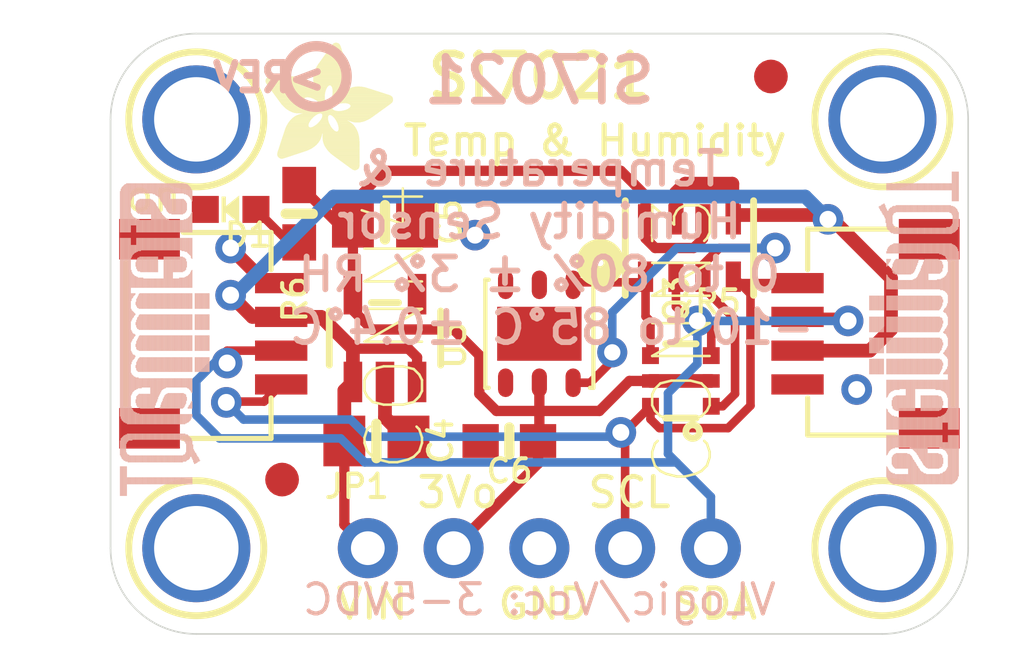
<source format=kicad_pcb>
(kicad_pcb (version 20211014) (generator pcbnew)
  (layers (0 "F.Cu" signal) (31 "B.Cu" signal) (34 "B.Paste" user) (35 "F.Paste" user) (36 "B.SilkS" user "B.Silkscreen") (37 "F.SilkS" user "F.Silkscreen") (38 "B.Mask" user) (39 "F.Mask" user) (44 "Edge.Cuts" user))
  (net 0 "")
  (net 1 "SDA")
  (net 2 "SCL")
  (net 3 "GND")
  (net 4 "SCL_3V")
  (net 5 "SDA_3V")
  (net 6 "3.3V")
  (net 7 "VCC")
  (net 8 "N$1")
  (footprint "boardEagle:MOUNTINGHOLE_2.5_PLATED" (layer "F.Cu") (at 138.3411 98.6536)
    (fp_text reference "U$19" hide)
    (fp_text value "MOUNTINGHOLE2.5" hide)
    (pad "P$1" thru_hole circle (at 0 0) (size 3.2 3.2) (drill 2.5) (layers *.Cu *.Mask))
  )
  (footprint "boardEagle:ADAFRUIT_3.5MM" (layer "F.Cu") (at 140.3731 100.1776)
    (fp_text reference "U$28" hide)
    (fp_text value "" hide)
  )
  (footprint "boardEagle:FIDUCIAL_1MM" (layer "F.Cu") (at 155.3591 97.3836)
    (fp_text reference "FID4" hide)
    (fp_text value "FIDUCIAL_1MM" hide)
    (pad "1" smd roundrect (at 0 0) (size 1 1) (layers "F.Cu" "F.Mask") (roundrect_rratio 0.5))
  )
  (footprint "boardEagle:JST_SH4" (layer "F.Cu") (at 138.3411 105.0036 -90)
    (fp_text reference "CONN4" (at -4.6 -5.9 90) (layer "F.SilkS") (effects (font (size 1.703222 1.703222) (thickness 0.074778)) (justify right)))
    (fp_text value "STEMMA_I2C_QT" hide)
    (pad "1" smd rect (at -1.5 -2.514) (size 1.55 0.6) (layers "F.Cu" "F.Paste" "F.Mask") (net 3 "GND"))
    (pad "2" smd rect (at -0.5 -2.514) (size 1.55 0.6) (layers "F.Cu" "F.Paste" "F.Mask") (net 7 "VCC"))
    (pad "3" smd rect (at 0.5 -2.514) (size 1.55 0.6) (layers "F.Cu" "F.Paste" "F.Mask") (net 1 "SDA"))
    (pad "4" smd rect (at 1.5 -2.514) (size 1.55 0.6) (layers "F.Cu" "F.Paste" "F.Mask") (net 2 "SCL"))
    (pad "MT1" smd rect (at -2.8 1.386) (size 1.8 1.2) (layers "F.Cu" "F.Paste" "F.Mask") (net 3 "GND"))
    (pad "MT2" smd rect (at 2.8 1.386) (size 1.8 1.2) (layers "F.Cu" "F.Paste" "F.Mask") (net 3 "GND"))
  )
  (footprint "boardEagle:MOUNTINGHOLE_2.5_PLATED" (layer "F.Cu") (at 138.3411 111.3536)
    (fp_text reference "U$22" hide)
    (fp_text value "MOUNTINGHOLE2.5" hide)
    (pad "P$1" thru_hole circle (at 0 0) (size 3.2 3.2) (drill 2.5) (layers *.Cu *.Mask))
  )
  (footprint "boardEagle:0805-NO" (layer "F.Cu") (at 143.9291 101.7016)
    (fp_text reference "C5" (at 1.905 -0.762 90) (layer "F.SilkS") (effects (font (size 0.692831 0.692831) (thickness 0.119969)) (justify right)))
    (fp_text value "10uF")
    (pad "1" smd rect (at -0.95 0) (size 1.24 1.5) (layers "F.Cu" "F.Paste" "F.Mask") (net 6 "3.3V"))
    (pad "2" smd rect (at 0.95 0) (size 1.24 1.5) (layers "F.Cu" "F.Paste" "F.Mask") (net 3 "GND"))
  )
  (footprint "boardEagle:DFN6_3X3_SI" (layer "F.Cu") (at 148.5011 105.0036 -90)
    (fp_text reference "U2" hide)
    (fp_text value "Si7021-A20")
    (pad "1" smd roundrect (at -1.45 -1 270) (size 0.85 0.45) (layers "F.Cu" "F.Paste" "F.Mask") (roundrect_rratio 0.5) (net 5 "SDA_3V"))
    (pad "2" smd roundrect (at -1.45 0 270) (size 0.85 0.45) (layers "F.Cu" "F.Paste" "F.Mask") (roundrect_rratio 0.5) (net 3 "GND"))
    (pad "3" smd roundrect (at -1.45 1 270) (size 0.85 0.45) (layers "F.Cu" "F.Paste" "F.Mask") (roundrect_rratio 0.5))
    (pad "4" smd roundrect (at 1.45 1 270) (size 0.85 0.45) (layers "F.Cu" "F.Paste" "F.Mask") (roundrect_rratio 0.5))
    (pad "5" smd roundrect (at 1.45 0 270) (size 0.85 0.45) (layers "F.Cu" "F.Paste" "F.Mask") (roundrect_rratio 0.5) (net 6 "3.3V"))
    (pad "6" smd roundrect (at 1.45 -1 270) (size 0.85 0.45) (layers "F.Cu" "F.Paste" "F.Mask") (roundrect_rratio 0.5) (net 4 "SCL_3V"))
    (pad "PAD" smd rect (at 0 0 270) (size 1.6 2.5) (layers "F.Cu" "F.Mask") (net 3 "GND"))
  )
  (footprint "boardEagle:SOT23-5" (layer "F.Cu") (at 143.9291 105.1306)
    (fp_text reference "U3" (at 2.032 -0.562 90) (layer "F.SilkS") (effects (font (size 0.692831 0.692831) (thickness 0.119969)) (justify right)))
    (fp_text value "AP2112K-3.3")
    (pad "1" smd rect (at -0.95 1.3001) (size 0.55 1.2) (layers "F.Cu" "F.Paste" "F.Mask") (net 7 "VCC"))
    (pad "2" smd rect (at 0 1.3001) (size 0.55 1.2) (layers "F.Cu" "F.Paste" "F.Mask") (net 3 "GND"))
    (pad "3" smd rect (at 0.95 1.3001) (size 0.55 1.2) (layers "F.Cu" "F.Paste" "F.Mask") (net 7 "VCC"))
    (pad "4" smd rect (at 0.95 -1.3001) (size 0.55 1.2) (layers "F.Cu" "F.Paste" "F.Mask"))
    (pad "5" smd rect (at -0.95 -1.3001) (size 0.55 1.2) (layers "F.Cu" "F.Paste" "F.Mask") (net 6 "3.3V"))
  )
  (footprint "boardEagle:MOUNTINGHOLE_2.5_PLATED" (layer "F.Cu") (at 158.6611 111.3536)
    (fp_text reference "U$25" hide)
    (fp_text value "MOUNTINGHOLE2.5" hide)
    (pad "P$1" thru_hole circle (at 0 0) (size 3.2 3.2) (drill 2.5) (layers *.Cu *.Mask))
  )
  (footprint "boardEagle:RESPACK_4X0603" (layer "F.Cu") (at 152.9461 102.4636 180)
    (fp_text reference "R5" (at -1.6 -1.6) (layer "F.SilkS") (effects (font (size 0.692831 0.692831) (thickness 0.119969)) (justify right)))
    (fp_text value "10K")
    (pad "1" smd rect (at -1.3 0.85 180) (size 0.45 0.9) (layers "F.Cu" "F.Paste" "F.Mask") (net 7 "VCC"))
    (pad "2" smd rect (at -0.4 0.85 180) (size 0.45 0.9) (layers "F.Cu" "F.Paste" "F.Mask") (net 6 "3.3V"))
    (pad "3" smd rect (at 0.4 0.85 180) (size 0.45 0.9) (layers "F.Cu" "F.Paste" "F.Mask") (net 7 "VCC"))
    (pad "4" smd rect (at 1.3 0.85 180) (size 0.45 0.9) (layers "F.Cu" "F.Paste" "F.Mask") (net 6 "3.3V"))
    (pad "5" smd rect (at 1.3 -0.85 180) (size 0.45 0.9) (layers "F.Cu" "F.Paste" "F.Mask") (net 5 "SDA_3V"))
    (pad "6" smd rect (at 0.4 -0.85 180) (size 0.45 0.9) (layers "F.Cu" "F.Paste" "F.Mask") (net 1 "SDA"))
    (pad "7" smd rect (at -0.4 -0.85 180) (size 0.45 0.9) (layers "F.Cu" "F.Paste" "F.Mask") (net 4 "SCL_3V"))
    (pad "8" smd rect (at -1.3 -0.85 180) (size 0.45 0.9) (layers "F.Cu" "F.Paste" "F.Mask") (net 2 "SCL"))
  )
  (footprint "boardEagle:JST_SH4" (layer "F.Cu") (at 158.6611 105.0036 90)
    (fp_text reference "CONN3" (at -4.6 -5.9 90) (layer "F.SilkS") (effects (font (size 1.703222 1.703222) (thickness 0.074778)) (justify left)))
    (fp_text value "STEMMA_I2C_QT" hide)
    (pad "1" smd rect (at -1.5 -2.514 180) (size 1.55 0.6) (layers "F.Cu" "F.Paste" "F.Mask") (net 3 "GND"))
    (pad "2" smd rect (at -0.5 -2.514 180) (size 1.55 0.6) (layers "F.Cu" "F.Paste" "F.Mask") (net 7 "VCC"))
    (pad "3" smd rect (at 0.5 -2.514 180) (size 1.55 0.6) (layers "F.Cu" "F.Paste" "F.Mask") (net 1 "SDA"))
    (pad "4" smd rect (at 1.5 -2.514 180) (size 1.55 0.6) (layers "F.Cu" "F.Paste" "F.Mask") (net 2 "SCL"))
    (pad "MT1" smd rect (at -2.8 1.386 180) (size 1.8 1.2) (layers "F.Cu" "F.Paste" "F.Mask") (net 3 "GND"))
    (pad "MT2" smd rect (at 2.8 1.386 180) (size 1.8 1.2) (layers "F.Cu" "F.Paste" "F.Mask") (net 3 "GND"))
  )
  (footprint "boardEagle:0603-NO" (layer "F.Cu") (at 147.6121 108.1786 180)
    (fp_text reference "C6" (at -0.762 -0.889) (layer "F.SilkS") (effects (font (size 0.692831 0.692831) (thickness 0.119969)) (justify right)))
    (fp_text value "0.1uF")
    (pad "1" smd rect (at -0.85 0 180) (size 1.075 1) (layers "F.Cu" "F.Paste" "F.Mask") (net 6 "3.3V"))
    (pad "2" smd rect (at 0.85 0 180) (size 1.075 1) (layers "F.Cu" "F.Paste" "F.Mask") (net 3 "GND"))
  )
  (footprint "boardEagle:SOT363" (layer "F.Cu") (at 152.6921 106.4006 90)
    (fp_text reference "Q3" (at 1.651 -0.127 90) (layer "F.SilkS") (effects (font (size 0.692831 0.692831) (thickness 0.119969)) (justify left)))
    (fp_text value "BSS138")
    (pad "1" smd rect (at -0.75 0.9 90) (size 0.5 0.5) (layers "F.Cu" "F.Paste" "F.Mask") (net 4 "SCL_3V"))
    (pad "2" smd rect (at 0 0.9 90) (size 0.4 0.5) (layers "F.Cu" "F.Paste" "F.Mask") (net 6 "3.3V"))
    (pad "3" smd rect (at 0.75 0.9 90) (size 0.5 0.5) (layers "F.Cu" "F.Paste" "F.Mask") (net 1 "SDA"))
    (pad "4" smd rect (at 0.75 -0.9 90) (size 0.5 0.5) (layers "F.Cu" "F.Paste" "F.Mask") (net 5 "SDA_3V"))
    (pad "5" smd rect (at 0 -0.9 90) (size 0.4 0.5) (layers "F.Cu" "F.Paste" "F.Mask") (net 6 "3.3V"))
    (pad "6" smd rect (at -0.75 -0.9 90) (size 0.5 0.5) (layers "F.Cu" "F.Paste" "F.Mask") (net 2 "SCL"))
  )
  (footprint "boardEagle:FIDUCIAL_1MM" (layer "F.Cu") (at 140.8811 109.3216)
    (fp_text reference "FID3" hide)
    (fp_text value "FIDUCIAL_1MM" hide)
    (pad "1" smd roundrect (at 0 0) (size 1 1) (layers "F.Cu" "F.Mask") (roundrect_rratio 0.5))
  )
  (footprint "boardEagle:0805-NO" (layer "F.Cu") (at 143.6751 108.1786)
    (fp_text reference "C4" (at 1.905 -0.762 90) (layer "F.SilkS") (effects (font (size 0.692831 0.692831) (thickness 0.119969)) (justify right)))
    (fp_text value "10uF")
    (pad "1" smd rect (at -0.95 0) (size 1.24 1.5) (layers "F.Cu" "F.Paste" "F.Mask") (net 7 "VCC"))
    (pad "2" smd rect (at 0.95 0) (size 1.24 1.5) (layers "F.Cu" "F.Paste" "F.Mask") (net 3 "GND"))
  )
  (footprint "boardEagle:0603-NO" (layer "F.Cu") (at 141.3891 101.4476 -90)
    (fp_text reference "R6" (at 1.778 0.127 90) (layer "F.SilkS") (effects (font (size 0.692831 0.692831) (thickness 0.119969)) (justify right)))
    (fp_text value "10K")
    (pad "1" smd rect (at -0.85 0 270) (size 1.075 1) (layers "F.Cu" "F.Paste" "F.Mask") (net 6 "3.3V"))
    (pad "2" smd rect (at 0.85 0 270) (size 1.075 1) (layers "F.Cu" "F.Paste" "F.Mask") (net 8 "N$1"))
  )
  (footprint "boardEagle:1X05_ROUND_70" (layer "F.Cu") (at 148.5011 111.3536)
    (fp_text reference "JP1" (at -6.4262 -1.8288) (layer "F.SilkS") (effects (font (size 0.692831 0.692831) (thickness 0.119969)) (justify left)))
    (fp_text value "")
    (pad "1" thru_hole circle (at -5.08 0 90) (size 1.778 1.778) (drill 1) (layers *.Cu *.Mask) (net 7 "VCC"))
    (pad "2" thru_hole circle (at -2.54 0 90) (size 1.778 1.778) (drill 1) (layers *.Cu *.Mask) (net 6 "3.3V"))
    (pad "3" thru_hole circle (at 0 0 90) (size 1.778 1.778) (drill 1) (layers *.Cu *.Mask) (net 3 "GND"))
    (pad "4" thru_hole circle (at 2.54 0 90) (size 1.778 1.778) (drill 1) (layers *.Cu *.Mask) (net 2 "SCL"))
    (pad "5" thru_hole circle (at 5.08 0 90) (size 1.778 1.778) (drill 1) (layers *.Cu *.Mask) (net 1 "SDA"))
  )
  (footprint "boardEagle:MOUNTINGHOLE_2.5_PLATED" (layer "F.Cu") (at 158.6611 98.6536)
    (fp_text reference "U$20" hide)
    (fp_text value "MOUNTINGHOLE2.5" hide)
    (pad "P$1" thru_hole circle (at 0 0) (size 3.2 3.2) (drill 2.5) (layers *.Cu *.Mask))
  )
  (footprint "boardEagle:CHIPLED_0603_NOOUTLINE" (layer "F.Cu") (at 139.3571 101.3206 90)
    (fp_text reference "D1" (at -0.762 1.27) (layer "F.SilkS") (effects (font (size 0.692831 0.692831) (thickness 0.119969)) (justify right)))
    (fp_text value "GREEN")
    (pad "A" smd rect (at 0 0.75 90) (size 0.8 0.8) (layers "F.Cu" "F.Paste" "F.Mask") (net 8 "N$1"))
    (pad "C" smd rect (at 0 -0.75 90) (size 0.8 0.8) (layers "F.Cu" "F.Paste" "F.Mask") (net 3 "GND"))
  )
  (footprint "boardEagle:PCBFEAT-REV-040" (layer "B.Cu") (at 141.8971 97.3836 180)
    (fp_text reference "U$29" hide)
    (fp_text value "" hide)
    (fp_text user ">REV" (at -0.3556 -0.508) (layer "B.SilkS") (effects (font (size 0.8128 0.8128) (thickness 0.2032)) (justify left bottom mirror)))
  )
  (footprint "boardEagle:STEMMAQT" (layer "B.Cu") (at 158.2801 109.4486 90)
    (fp_text reference "U$30" hide)
    (fp_text value "" hide)
  )
  (footprint "boardEagle:STEMMAQT" (layer "B.Cu") (at 138.7221 100.5586 -90)
    (fp_text reference "U$31" hide)
    (fp_text value "" hide)
  )
  (gr_line (start 161.2011 111.3536) (end 161.2011 98.6536) (layer "Edge.Cuts") (width 0.05))
  (gr_arc (start 161.2011 111.3536) (mid 160.457151 113.149651) (end 158.6611 113.8936) (layer "Edge.Cuts") (width 0.05))
  (gr_arc (start 158.6611 96.1136) (mid 160.457151 96.857549) (end 161.2011 98.6536) (layer "Edge.Cuts") (width 0.05))
  (gr_arc (start 138.3411 113.8936) (mid 136.545049 113.149651) (end 135.8011 111.3536) (layer "Edge.Cuts") (width 0.05))
  (gr_line (start 138.3411 113.8936) (end 158.6611 113.8936) (layer "Edge.Cuts") (width 0.05))
  (gr_arc (start 135.8011 98.6536) (mid 136.545049 96.857549) (end 138.3411 96.1136) (layer "Edge.Cuts") (width 0.05))
  (gr_line (start 158.6611 96.1136) (end 138.3411 96.1136) (layer "Edge.Cuts") (width 0.05))
  (gr_line (start 135.8011 98.6536) (end 135.8011 111.3536) (layer "Edge.Cuts") (width 0.05))
  (gr_text "VLogic/Vcc: 3-5VDC" (at 148.5011 112.8776) (layer "B.SilkS") (effects (font (size 0.89408 0.89408) (thickness 0.12192)) (justify mirror)))
  (gr_text "Temperature &\nHumidity Sensor\n0 to 80% ± 3% RH\n-10 to 85°C ±0.4°C " (at 148.5011 102.4636) (layer "B.SilkS") (effects (font (size 0.97155 0.97155) (thickness 0.17145)) (justify mirror)))
  (gr_text "Si7021" (at 148.5011 97.5106) (layer "B.SilkS") (effects (font (size 1.2954 1.2954) (thickness 0.2286)) (justify mirror)))
  (gr_text "Temp & Humidity" (at 150.1521 99.2886) (layer "F.SilkS") (effects (font (size 0.8636 0.8636) (thickness 0.1524))))
  (gr_text "Si7021" (at 148.5011 97.3836) (layer "F.SilkS") (effects (font (size 1.25222 1.25222) (thickness 0.22098))))
  (gr_text "3Vo" (at 146.0881 109.7026) (layer "F.SilkS") (effects (font (size 0.87376 0.87376) (thickness 0.14224))))
  (gr_text "on" (at 136.1821 101.4476) (layer "F.SilkS") (effects (font (size 0.89408 0.89408) (thickness 0.12192)) (justify left bottom)))
  (gr_text "SCL" (at 151.1681 109.7026) (layer "F.SilkS") (effects (font (size 0.87376 0.87376) (thickness 0.14224))))
  (gr_text "SDA" (at 153.7081 113.0046) (layer "F.SilkS") (effects (font (size 0.87376 0.87376) (thickness 0.14224))))
  (gr_text "GND" (at 148.6281 113.0046) (layer "F.SilkS") (effects (font (size 0.87376 0.87376) (thickness 0.14224))))
  (gr_text "VIN" (at 143.5481 113.0046) (layer "F.SilkS") (effects (font (size 0.87376 0.87376) (thickness 0.14224))))
  (segment (start 152.9661 104.6226) (end 153.1811 104.6226) (width 0.254) (layer "F.Cu") (net 1))
  (segment (start 152.9661 104.6226) (end 152.5461 104.2026) (width 0.254) (layer "F.Cu") (net 1))
  (segment (start 156.1471 104.5036) (end 157.5261 104.5036) (width 0.254) (layer "F.Cu") (net 1))
  (segment (start 153.5921 104.7616) (end 153.5921 105.6506) (width 0.254) (layer "F.Cu") (net 1))
  (segment (start 140.8551 105.5036) (end 139.252706 105.5036) (width 0.254) (layer "F.Cu") (net 1))
  (segment (start 153.1811 104.6226) (end 153.1811 104.7616) (width 0.254) (layer "F.Cu") (net 1))
  (segment (start 153.5921 104.7616) (end 153.1811 104.7616) (width 0.254) (layer "F.Cu") (net 1))
  (segment (start 139.252706 105.5036) (end 139.252706 105.869994) (width 0.254) (layer "F.Cu") (net 1))
  (segment (start 152.5461 103.3136) (end 152.5461 104.2026) (width 0.254) (layer "F.Cu") (net 1))
  (segment (start 157.5261 104.5036) (end 157.6451 104.6226) (width 0.254) (layer "F.Cu") (net 1))
  (via (at 157.6451 104.6226) (size 0.9064) (drill 0.5) (layers "F.Cu" "B.Cu") (net 1))
  (via (at 153.1811 104.6226) (size 0.9064) (drill 0.5) (layers "F.Cu" "B.Cu") (net 1))
  (via (at 139.252706 105.869994) (size 0.9064) (drill 0.5) (layers "F.Cu" "B.Cu") (net 1))
  (segment (start 139.062206 105.679494) (end 138.3411 106.4006) (width 0.254) (layer "B.Cu") (net 1))
  (segment (start 138.3411 106.4006) (end 138.3411 107.4166) (width 0.254) (layer "B.Cu") (net 1))
  (segment (start 142.618 108.1024) (end 143.3292 108.8136) (width 0.254) (layer "B.Cu") (net 1))
  (segment (start 152.5651 108.8136) (end 153.5811 109.8296) (width 0.254) (layer "B.Cu") (net 1))
  (segment (start 143.3292 108.8136) (end 152.5651 108.8136) (width 0.254) (layer "B.Cu") (net 1))
  (segment (start 153.5811 109.8296) (end 153.5811 111.3536) (width 0.254) (layer "B.Cu") (net 1))
  (segment (start 152.3111 108.5596) (end 152.5651 108.8136) (width 0.254) (layer "B.Cu") (net 1))
  (segment (start 157.6451 104.6226) (end 153.1811 104.6226) (width 0.254) (layer "B.Cu") (net 1))
  (segment (start 153.1811 105.8926) (end 152.3111 106.7626) (width 0.254) (layer "B.Cu") (net 1))
  (segment (start 152.3111 106.7626) (end 152.3111 108.5596) (width 0.254) (layer "B.Cu") (net 1))
  (segment (start 139.0269 108.1024) (end 142.618 108.1024) (width 0.254) (layer "B.Cu") (net 1))
  (segment (start 139.252706 105.869994) (end 139.062206 105.679494) (width 0.254) (layer "B.Cu") (net 1))
  (segment (start 153.1811 104.6226) (end 153.1811 105.8926) (width 0.254) (layer "B.Cu") (net 1))
  (segment (start 138.3411 107.4166) (end 139.0269 108.1024) (width 0.254) (layer "B.Cu") (net 1))
  (segment (start 154.2461 103.3136) (end 154.7541 103.8216) (width 0.254) (layer "F.Cu") (net 2))
  (segment (start 151.0411 108.0516) (end 151.0411 111.3536) (width 0.254) (layer "F.Cu") (net 2))
  (segment (start 150.9141 107.9246) (end 151.0411 108.0516) (width 0.254) (layer "F.Cu") (net 2))
  (segment (start 154.0891 107.7976) (end 152.0571 107.7976) (width 0.254) (layer "F.Cu") (net 2))
  (segment (start 151.7921 107.1506) (end 151.7916 107.1511) (width 0.254) (layer "F.Cu") (net 2))
  (segment (start 139.2541 107.0116) (end 139.2301 107.0356) (width 0.254) (layer "F.Cu") (net 2))
  (segment (start 151.0181 107.9246) (end 150.9141 107.9246) (width 0.254) (layer "F.Cu") (net 2))
  (segment (start 151.7916 107.5321) (end 151.7916 107.1511) (width 0.254) (layer "F.Cu") (net 2))
  (segment (start 156.1471 103.5036) (end 154.4361 103.5036) (width 0.254) (layer "F.Cu") (net 2))
  (segment (start 154.4361 103.5036) (end 154.2461 103.3136) (width 0.254) (layer "F.Cu") (net 2))
  (segment (start 154.7541 103.8216) (end 154.7541 107.1326) (width 0.254) (layer "F.Cu") (net 2))
  (segment (start 140.8551 106.5036) (end 140.3471 107.0116) (width 0.254) (layer "F.Cu") (net 2))
  (segment (start 154.7541 107.1326) (end 154.0891 107.7976) (width 0.254) (layer "F.Cu") (net 2))
  (segment (start 152.0571 107.7976) (end 151.7916 107.5321) (width 0.254) (layer "F.Cu") (net 2))
  (segment (start 140.3471 107.0116) (end 139.2541 107.0116) (width 0.254) (layer "F.Cu") (net 2))
  (segment (start 151.7921 107.1506) (end 151.0181 107.9246) (width 0.254) (layer "F.Cu") (net 2))
  (via (at 139.2301 107.0356) (size 0.9064) (drill 0.5) (layers "F.Cu" "B.Cu") (net 2))
  (via (at 150.9141 107.9246) (size 0.9064) (drill 0.5) (layers "F.Cu" "B.Cu") (net 2))
  (segment (start 139.2301 107.0356) (end 139.7381 107.5436) (width 0.254) (layer "B.Cu") (net 2))
  (segment (start 150.7871 108.0516) (end 150.9141 107.9246) (width 0.254) (layer "B.Cu") (net 2))
  (segment (start 143.4211 108.0516) (end 142.9131 107.5436) (width 0.254) (layer "B.Cu") (net 2))
  (segment (start 150.7871 108.0516) (end 143.4211 108.0516) (width 0.254) (layer "B.Cu") (net 2))
  (segment (start 142.9131 107.5436) (end 139.7381 107.5436) (width 0.254) (layer "B.Cu") (net 2))
  (segment (start 140.3971 103.5036) (end 139.3571 102.4636) (width 0.4064) (layer "F.Cu") (net 3))
  (segment (start 143.9291 106.4307) (end 143.9291 107.4826) (width 0.4064) (layer "F.Cu") (net 3))
  (segment (start 144.6251 108.1786) (end 143.9291 107.4826) (width 0.4064) (layer "F.Cu") (net 3))
  (segment (start 140.8551 103.5036) (end 140.3971 103.5036) (width 0.4064) (layer "F.Cu") (net 3))
  (via (at 139.3571 102.4636) (size 0.9064) (drill 0.5) (layers "F.Cu" "B.Cu") (net 3))
  (via (at 146.5961 102.0826) (size 0.9064) (drill 0.5) (layers "F.Cu" "B.Cu") (net 3))
  (via (at 157.8991 106.6546) (size 0.9064) (drill 0.5) (layers "F.Cu" "B.Cu") (net 3))
  (segment (start 153.8351 102.4636) (end 155.4861 102.4636) (width 0.254) (layer "F.Cu") (net 4))
  (segment (start 153.5921 107.1506) (end 153.9279 107.1506) (width 0.254) (layer "F.Cu") (net 4))
  (segment (start 154.2969 106.7816) (end 153.9279 107.1506) (width 0.254) (layer "F.Cu") (net 4))
  (segment (start 150.6601 105.5537) (end 150.6601 105.8026) (width 0.254) (layer "F.Cu") (net 4))
  (segment (start 153.3461 103.3136) (end 153.3461 103.6256) (width 0.254) (layer "F.Cu") (net 4))
  (segment (start 150.6601 105.8026) (end 150.0091 106.4536) (width 0.254) (layer "F.Cu") (net 4))
  (segment (start 153.3461 103.3136) (end 153.3461 102.9526) (width 0.254) (layer "F.Cu") (net 4))
  (segment (start 153.3461 102.9526) (end 153.8351 102.4636) (width 0.254) (layer "F.Cu") (net 4))
  (segment (start 149.5011 106.4536) (end 150.0091 106.4536) (width 0.254) (layer "F.Cu") (net 4))
  (segment (start 154.2969 104.5764) (end 154.2969 106.7816) (width 0.254) (layer "F.Cu") (net 4))
  (segment (start 153.3461 103.6256) (end 154.2969 104.5764) (width 0.254) (layer "F.Cu") (net 4))
  (via (at 150.6601 105.5537) (size 0.889) (drill 0.4826) (layers "F.Cu" "B.Cu") (net 4))
  (via (at 155.4861 102.4636) (size 0.9064) (drill 0.5) (layers "F.Cu" "B.Cu") (net 4))
  (segment (start 150.6601 104.3686) (end 152.5651 102.4636) (width 0.254) (layer "B.Cu") (net 4))
  (segment (start 152.5651 102.4636) (end 155.4861 102.4636) (width 0.254) (layer "B.Cu") (net 4))
  (segment (start 150.6601 105.5537) (end 150.6601 104.3686) (width 0.254) (layer "B.Cu") (net 4))
  (segment (start 149.5011 103.5536) (end 149.5751 103.4796) (width 0.254) (layer "F.Cu") (net 5))
  (segment (start 151.6461 104.4886) (end 151.6461 103.4796) (width 0.254) (layer "F.Cu") (net 5))
  (segment (start 151.7921 104.6346) (end 151.6461 104.4886) (width 0.254) (layer "F.Cu") (net 5))
  (segment (start 151.6461 103.4796) (end 151.6461 103.3136) (width 0.254) (layer "F.Cu") (net 5))
  (segment (start 151.7921 105.6506) (end 151.7921 104.6346) (width 0.254) (layer "F.Cu") (net 5))
  (segment (start 149.5751 103.4796) (end 151.6461 103.4796) (width 0.254) (layer "F.Cu") (net 5))
  (segment (start 145.9611 111.3536) (end 148.4621 108.8526) (width 0.3048) (layer "F.Cu") (net 6))
  (segment (start 148.5011 106.4536) (end 148.5011 107.2896) (width 0.3048) (layer "F.Cu") (net 6))
  (segment (start 146.7231 106.7816) (end 147.2311 107.2896) (width 0.3048) (layer "F.Cu") (net 6))
  (segment (start 151.6461 102.1796) (end 151.6461 101.6136) (width 0.3048) (layer "F.Cu") (net 6))
  (segment (start 151.6461 101.6136) (end 151.6461 100.9096) (width 0.3048) (layer "F.Cu") (net 6))
  (segment (start 148.5011 107.2896) (end 150.2791 107.2896) (width 0.3048) (layer "F.Cu") (net 6))
  (segment (start 151.1681 106.4006) (end 151.7921 106.4006) (width 0.3048) (layer "F.Cu") (net 6))
  (segment (start 145.9611 104.8766) (end 146.7231 105.6386) (width 0.3048) (layer "F.Cu") (net 6))
  (segment (start 148.5011 108.1396) (end 148.5011 107.2896) (width 0.3048) (layer "F.Cu") (net 6))
  (segment (start 141.3891 100.5976) (end 142.4931 101.7016) (width 0.3048) (layer "F.Cu") (net 6))
  (segment (start 142.4931 101.7016) (end 142.7861 101.7016) (width 0.3048) (layer "F.Cu") (net 6))
  (segment (start 153.3461 101.6136) (end 153.3461 102.1906) (width 0.3048) (layer "F.Cu") (net 6))
  (segment (start 142.9791 101.7016) (end 142.9791 103.8305) (width 0.3048) (layer "F.Cu") (net 6))
  (segment (start 153.3461 102.1906) (end 153.0731 102.4636) (width 0.3048) (layer "F.Cu") (net 6))
  (segment (start 148.4621 108.8526) (end 148.4621 108.1786) (width 0.3048) (layer "F.Cu") (net 6))
  (segment (start 146.7231 105.6386) (end 146.7231 106.7816) (width 0.3048) (layer "F.Cu") (net 6))
  (segment (start 142.7861 101.7016) (end 142.9791 101.7016) (width 0.3048) (layer "F.Cu") (net 6))
  (segment (start 151.7921 106.4006) (end 153.5921 106.4006) (width 0.4064) (layer "F.Cu") (net 6))
  (segment (start 143.9291 100.1776) (end 142.7861 101.3206) (width 0.3048) (layer "F.Cu") (net 6))
  (segment (start 147.2311 107.2896) (end 148.5011 107.2896) (width 0.3048) (layer "F.Cu") (net 6))
  (segment (start 142.9791 104.3076) (end 143.5481 104.8766) (width 0.3048) (layer "F.Cu") (net 6))
  (segment (start 153.0731 102.4636) (end 151.9301 102.4636) (width 0.3048) (layer "F.Cu") (net 6))
  (segment (start 143.5481 104.8766) (end 145.9611 104.8766) (width 0.3048) (layer "F.Cu") (net 6))
  (segment (start 142.7861 101.3206) (end 142.7861 101.7016) (width 0.3048) (layer "F.Cu") (net 6))
  (segment (start 148.5011 108.1396) (end 148.4621 108.1786) (width 0.3048) (layer "F.Cu") (net 6))
  (segment (start 150.9141 100.1776) (end 143.9291 100.1776) (width 0.3048) (layer "F.Cu") (net 6))
  (segment (start 142.9791 103.8305) (end 142.9791 104.3076) (width 0.3048) (layer "F.Cu") (net 6))
  (segment (start 150.2791 107.2896) (end 151.1681 106.4006) (width 0.3048) (layer "F.Cu") (net 6))
  (segment (start 151.6461 100.9096) (end 150.9141 100.1776) (width 0.3048) (layer "F.Cu") (net 6))
  (segment (start 151.9301 102.4636) (end 151.6461 102.1796) (width 0.3048) (layer "F.Cu") (net 6))
  (segment (start 156.9221 101.4866) (end 154.3731 101.4866) (width 0.4064) (layer "F.Cu") (net 7))
  (segment (start 142.7251 106.6847) (end 142.7251 108.1786) (width 0.4064) (layer "F.Cu") (net 7))
  (segment (start 142.9791 106.4307) (end 142.7251 106.6847) (width 0.4064) (layer "F.Cu") (net 7))
  (segment (start 154.2161 100.5586) (end 154.2161 101.5836) (width 0.4064) (layer "F.Cu") (net 7))
  (segment (start 157.0491 101.6136) (end 156.9221 101.4866) (width 0.4064) (layer "F.Cu") (net 7))
  (segment (start 156.1471 105.5036) (end 158.2881 105.5036) (width 0.4064) (layer "F.Cu") (net 7))
  (segment (start 154.2461 101.6136) (end 154.3731 101.4866) (width 0.4064) (layer "F.Cu") (net 7))
  (segment (start 142.9791 105.4456) (end 142.9791 106.4307) (width 0.4064) (layer "F.Cu") (net 7))
  (segment (start 140.0001 104.5036) (end 139.3571 103.8606) (width 0.4064) (layer "F.Cu") (net 7))
  (segment (start 152.5461 101.6136) (end 152.5461 100.8316) (width 0.4064) (layer "F.Cu") (net 7))
  (segment (start 158.2881 105.5036) (end 158.9151 104.8766) (width 0.4064) (layer "F.Cu") (net 7))
  (segment (start 158.9151 104.8766) (end 158.9151 103.3526) (width 0.4064) (layer "F.Cu") (net 7))
  (segment (start 154.2161 101.5836) (end 154.2461 101.6136) (width 0.4064) (layer "F.Cu") (net 7))
  (segment (start 144.6251 105.4456) (end 142.9791 105.4456) (width 0.3048) (layer "F.Cu") (net 7))
  (segment (start 140.8551 104.5036) (end 142.0371 104.5036) (width 0.4064) (layer "F.Cu") (net 7))
  (segment (start 144.8791 105.6996) (end 144.6251 105.4456) (width 0.3048) (layer "F.Cu") (net 7))
  (segment (start 152.8191 100.5586) (end 154.2161 100.5586) (width 0.4064) (layer "F.Cu") (net 7))
  (segment (start 142.7251 108.1786) (end 142.7251 110.6576) (width 0.3048) (layer "F.Cu") (net 7))
  (segment (start 142.0371 104.5036) (end 142.9791 105.4456) (width 0.4064) (layer "F.Cu") (net 7))
  (segment (start 142.7251 110.6576) (end 143.4211 111.3536) (width 0.3048) (layer "F.Cu") (net 7))
  (segment (start 144.8791 106.4307) (end 144.8791 105.6996) (width 0.3048) (layer "F.Cu") (net 7))
  (segment (start 157.1761 101.6136) (end 157.0491 101.6136) (width 0.4064) (layer "F.Cu") (net 7))
  (segment (start 158.9151 103.3526) (end 157.1761 101.6136) (width 0.4064) (layer "F.Cu") (net 7))
  (segment (start 140.8551 104.5036) (end 140.0001 104.5036) (width 0.4064) (layer "F.Cu") (net 7))
  (segment (start 152.5461 100.8316) (end 152.8191 100.5586) (width 0.4064) (layer "F.Cu") (net 7))
  (via (at 139.3571 103.8606) (size 0.9064) (drill 0.5) (layers "F.Cu" "B.Cu") (net 7))
  (via (at 157.0491 101.6136) (size 0.9064) (drill 0.5) (layers "F.Cu" "B.Cu") (net 7))
  (segment (start 139.4841 103.8606) (end 139.3571 103.8606) (width 0.4064) (layer "B.Cu") (net 7))
  (segment (start 157.0491 101.6136) (end 156.3751 100.9396) (width 0.4064) (layer "B.Cu") (net 7))
  (segment (start 142.4051 100.9396) (end 139.4841 103.8606) (width 0.4064) (layer "B.Cu") (net 7))
  (segment (start 156.3751 100.9396) (end 142.4051 100.9396) (width 0.4064) (layer "B.Cu") (net 7))
  (segment (start 141.0841 102.2976) (end 141.3891 102.2976) (width 0.254) (layer "F.Cu") (net 8))
  (segment (start 140.1071 101.3206) (end 141.0841 102.2976) (width 0.254) (layer "F.Cu") (net 8))
)
</source>
